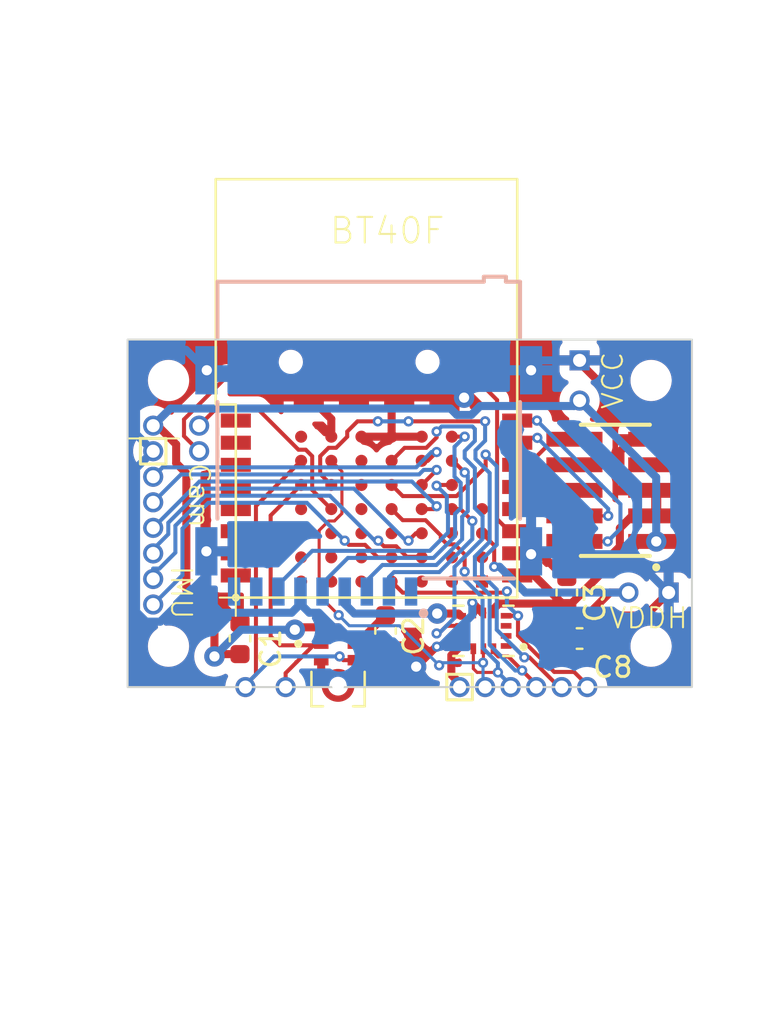
<source format=kicad_pcb>
(kicad_pcb (version 20221018) (generator pcbnew)
  (layers (0 "F.Cu" signal) (31 "B.Cu" signal) (34 "B.Paste" user) (35 "F.Paste" user) (36 "B.SilkS" user "B.Silkscreen") (37 "F.SilkS" user "F.Silkscreen") (38 "B.Mask" user) (39 "F.Mask" user) (44 "Edge.Cuts" user))
  (net 0 "")
  (net 1 "GND")
  (net 2 "VCC")
  (net 3 "/I2S_SCK_M")
  (net 4 "/I2S_SDIN")
  (net 5 "Net-(U1-SWDIO)")
  (net 6 "Net-(U1-SWCLK)")
  (net 7 "Net-(U1-P11{slash}SWO)")
  (net 9 "/SWD_NC")
  (net 10 "Net-(U1-P21{slash}RESET)")
  (net 12 "/SPI3_CS")
  (net 13 "/SPI3_MOSI")
  (net 14 "/SPI3_SCK")
  (net 15 "/SPI3_MISO")
  (net 18 "/SPI2_SCK")
  (net 19 "/SPI2_CS")
  (net 20 "/SPI2_MOSI")
  (net 21 "/SPI2_MISO")
  (net 22 "/SPI2_INT")
  (net 29 "/SPI1_SCK")
  (net 30 "/SPI1_MOSI")
  (net 31 "/SPI1_MISO")
  (net 41 "/SPI1_CS")
  (net 42 "/SPI1_INT")
  (net 43 "/HeadICM_CLKIN")
  (net 47 "/SPI4_MOSI")
  (net 63 "/SPI4_SCK")
  (net 64 "/BodyICM_CLKIN")
  (net 65 "VDDH")
  (footprint "Bat_tag_Library:camera_connect" (layer "F.Cu") (at 109.855 70.8265)
    (fp_text reference "Cam")
    (fp_text value "~")
  )
  (footprint "Bat_tag_Library:Battery_entry" (layer "F.Cu") (at 132.207 79.121)
    (fp_text reference "VDDH")
    (fp_text value "~")
  )
  (footprint "Bat_tag_Library:Mecha_Pad" (layer "F.Cu") (at 108.331 81.788)
    (fp_text reference "REF**" hide)
    (fp_text value "Mecha_Pad" hide)
  )
  (footprint "Bat_tag_Library:ICM42688P_connect" (layer "F.Cu") (at 107.569 70.8265)
    (fp_text reference "IMU")
    (fp_text value "~")
  )
  (footprint "ICM-42688-P:PQFN50P300X250X97-14N" (layer "F.Cu") (at 123.9935 81.026 180)
    (fp_text reference "U3" hide)
    (fp_text value "ICM-42688-P")
  )
  (footprint "Bat_tag_Library:Mecha_Pad" (layer "F.Cu") (at 108.331 68.58 -90)
    (fp_text reference "REF**" hide)
    (fp_text value "Mecha_Pad" hide)
  )
  (footprint "Capacitor_SMD:C_0603_1608Metric" (layer "F.Cu") (at 128.778 81.407 180)
    (fp_text reference "C8")
    (fp_text value "C")
  )
  (footprint "Fanstel_modules:BT40F" (layer "F.Cu") (at 111.67872 79.37246)
    (fp_text reference "U1" hide)
    (fp_text value "BT40F" hide)
  )
  (footprint "FTSH-105-01-F-DV-P-TR:SAMTEC_FTSH-105-01-F-DV-P-TR" (layer "F.Cu") (at 130.556 74.041 90)
    (fp_text reference "J1" hide)
    (fp_text value "FTSH-105-01-F-DV-P-TR")
  )
  (footprint "Capacitor_SMD:C_0603_1608Metric" (layer "F.Cu") (at 128.143 79.121 -90)
    (fp_text reference "C3")
    (fp_text value "C")
  )
  (footprint "Bat_tag_Library:Mecha_Pad" (layer "F.Cu") (at 132.334 68.58)
    (fp_text reference "REF**" hide)
    (fp_text value "Mecha_Pad" hide)
  )
  (footprint "Capacitor_SMD:C_0603_1608Metric" (layer "F.Cu") (at 119.126 81.026 90)
    (fp_text reference "C2")
    (fp_text value "C")
  )
  (footprint "Bat_tag_Library:I2S_debug" (layer "F.Cu") (at 113.157 83.82)
    (fp_text reference "I2S_debug1" hide)
    (fp_text value "~")
  )
  (footprint "Bat_tag_Library:Mecha_Pad" (layer "F.Cu") (at 132.334 81.788)
    (fp_text reference "REF**" hide)
    (fp_text value "Mecha_Pad" hide)
  )
  (footprint "Bat_tag_Library:SPI_debug" (layer "F.Cu") (at 122.809 83.82 90)
    (fp_text reference "SPI_debug1" hide)
    (fp_text value "~")
  )
  (footprint "SPH0655LM4H-1:MIC_SPH0655LM4H-1" (layer "F.Cu") (at 116.7645 83.025)
    (fp_text reference "MK1" hide)
    (fp_text value "SPH0655LM4H-1")
  )
  (footprint "Capacitor_SMD:C_0603_1608Metric" (layer "F.Cu") (at 111.887 81.407 -90)
    (fp_text reference "C1")
    (fp_text value "C")
  )
  (footprint "Bat_tag_Library:Battery_entry" (layer "F.Cu") (at 128.778 68.58 90)
    (fp_text reference "VCC")
    (fp_text value "~")
  )
  (footprint "MEM2075-00-140-01-A:GCT_MEM2075-00-140-01-A" (layer "B.Cu") (at 117.815 67.652)
    (fp_text reference "J2" hide)
    (fp_text value "MEM2075-00-140-01-A")
  )
  (gr_rect (start 106.934 71.4615) (end 108.204 72.7315) (stroke (width 0.15)) (fill none) (layer "F.SilkS"))
  (gr_rect (start 122.174 83.185) (end 123.444 84.455) (stroke (width 0.15)) (fill none) (layer "F.SilkS"))
  (gr_rect (start 106.299 66.548) (end 134.366 83.82) (stroke (width 0.1)) (fill none) (layer "Edge.Cuts"))
  (segment (start 130.7814 75.9208) (end 130.7814 76.83218) (width 0.4) (layer "F.Cu") (net 1))
  (segment (start 130.31018 77.3034) (end 129.0716 77.3034) (width 0.4) (layer "F.Cu") (net 1))
  (segment (start 121.678708 81.81278) (end 121.678708 81.776708) (width 0.4) (layer "F.Cu") (net 1))
  (segment (start 128.143 78.232) (end 128.143 78.346) (width 0.4) (layer "F.Cu") (net 1))
  (segment (start 117.92712 71.374) (end 119.42826 71.374) (width 0.4) (layer "F.Cu") (net 1))
  (segment (start 119.80672 69.37248) (end 117.55628 69.37248) (width 0.4) (layer "F.Cu") (net 1))
  (segment (start 132.591 75.311) (end 131.3912 75.311) (width 0.4) (layer "F.Cu") (net 1))
  (segment (start 117.55628 69.37248) (end 115.30838 69.37248) (width 0.4) (layer "F.Cu") (net 1))
  (segment (start 123.03298 69.433504) (end 122.971956 69.37248) (width 0.4) (layer "F.Cu") (net 1))
  (segment (start 132.591 71.501) (end 131.3912 71.501) (width 0.4) (layer "F.Cu") (net 1))
  (segment (start 120.65 82.804) (end 119.647 81.801) (width 0.4) (layer "F.Cu") (net 1))
  (segment (start 123.444 79.63292) (end 123.9411 80.13002) (width 0.4) (layer "F.Cu") (net 1))
  (segment (start 115.30838 69.37248) (end 116.42852 70.49262) (width 0.4) (layer "F.Cu") (net 1))
  (segment (start 127.99914 78.346) (end 128.143 78.346) (width 0.4) (layer "F.Cu") (net 1))
  (segment (start 119.126 82.2873) (end 118.3169 83.0964) (width 0.4) (layer "F.Cu") (net 1))
  (segment (start 130.7814 76.83218) (end 130.31018 77.3034) (width 0.4) (layer "F.Cu") (net 1))
  (segment (start 132.591 74.041) (end 132.591 75.311) (width 0.4) (layer "F.Cu") (net 1))
  (segment (start 126.86914 77.216) (end 127.99914 78.346) (width 0.4) (layer "F.Cu") (net 1))
  (segment (start 118.3169 83.0964) (end 117.9151 83.0964) (width 0.4) (layer "F.Cu") (net 1))
  (segment (start 131.3912 75.311) (end 130.7814 75.9208) (width 0.4) (layer "F.Cu") (net 1))
  (segment (start 120.65 82.804) (end 121.678 81.776) (width 0.4) (layer "F.Cu") (net 1))
  (segment (start 110.215 78.96) (end 111.887 80.632) (width 0.4) (layer "F.Cu") (net 1))
  (segment (start 115.927 83.4095) (end 116.1375 83.62) (width 0.4) (layer "F.Cu") (net 1))
  (segment (start 122.8632 81.776) (end 122.3994 82.2398) (width 0.4) (layer "F.Cu") (net 1))
  (segment (start 130.81 72.0822) (end 130.81 73.533) (width 0.4) (layer "F.Cu") (net 1))
  (segment (start 122.3994 82.2398) (end 122.3994 83.2104) (width 0.4) (layer "F.Cu") (net 1))
  (segment (start 123.4935 79.68242) (end 123.4935 80.137) (width 0.4) (layer "F.Cu") (net 1))
  (segment (start 121.678 81.776) (end 122.8632 81.776) (width 0.4) (layer "F.Cu") (net 1))
  (segment (start 133.207 79.121) (end 132.064 80.264) (width 0.4) (layer "F.Cu") (net 1))
  (segment (start 122.3994 83.2104) (end 122.809 83.62) (width 0.4) (layer "F.Cu") (net 1))
  (segment (start 119.42826 71.374) (end 120.92686 71.374) (width 0.4) (layer "F.Cu") (net 1))
  (segment (start 117.9151 83.0964) (end 117.3915 83.62) (width 0.4) (layer "F.Cu") (net 1))
  (segment (start 126.365 77.216) (end 126.32182 77.17282) (width 0.4) (layer "F.Cu") (net 1))
  (segment (start 119.126 81.801) (end 119.126 82.2873) (width 0.4) (layer "F.Cu") (net 1))
  (segment (start 115.927 82.483) (end 115.927 83.4095) (width 0.4) (layer "F.Cu") (net 1))
  (segment (start 119.42826 69.75094) (end 119.42826 71.374) (width 0.4) (layer "F.Cu") (net 1))
  (segment (start 131.3912 71.501) (end 130.81 72.0822) (width 0.4) (layer "F.Cu") (net 1))
  (segment (start 131.318 74.041) (end 132.591 74.041) (width 0.4) (layer "F.Cu") (net 1))
  (segment (start 116.42852 70.49262) (end 116.42852 71.374) (width 0.4) (layer "F.Cu") (net 1))
  (segment (start 130.81 73.533) (end 131.318 74.041) (width 0.4) (layer "F.Cu") (net 1))
  (segment (start 130.696 80.264) (end 129.553 81.407) (width 0.4) (layer "F.Cu") (net 1))
  (segment (start 110.215 77.072) (end 110.215 78.96) (width 0.4) (layer "F.Cu") (net 1))
  (segment (start 119.647 81.801) (end 119.126 81.801) (width 0.4) (layer "F.Cu") (net 1))
  (segment (start 123.444 79.63292) (end 123.4935 79.68242) (width 0.4) (layer "F.Cu") (net 1))
  (segment (start 126.32182 77.17282) (end 125.67666 77.17282) (width 0.4) (layer "F.Cu") (net 1))
  (segment (start 123.9411 80.13002) (end 123.9411 80.137) (width 0.4) (layer "F.Cu") (net 1))
  (segment (start 128.778 67.58) (end 128.778 67.688) (width 0.4) (layer "F.Cu") (net 1))
  (segment (start 119.80672 69.37248) (end 119.42826 69.75094) (width 0.4) (layer "F.Cu") (net 1))
  (segment (start 132.064 80.264) (end 130.696 80.264) (width 0.4) (layer "F.Cu") (net 1))
  (segment (start 129.0716 77.3034) (end 128.143 78.232) (width 0.4) (layer "F.Cu") (net 1))
  (segment (start 122.05716 69.37248) (end 119.80672 69.37248) (width 0.4) (layer "F.Cu") (net 1))
  (segment (start 126.365 77.216) (end 126.86914 77.216) (width 0.4) (layer "F.Cu") (net 1))
  (segment (start 121.678708 81.776708) (end 121.678 81.776) (width 0.4) (layer "F.Cu") (net 1))
  (segment (start 122.971956 69.37248) (end 122.05716 69.37248) (width 0.4) (layer "F.Cu") (net 1))
  (segment (start 128.778 67.688) (end 132.591 71.501) (width 0.4) (layer "F.Cu") (net 1))
  (via (at 126.365 68.072) (size 1.016) (drill 0.508) (layers "F.Cu" "B.Cu") (net 1))
  (via (at 110.215 77.072) (size 1.016) (drill 0.508) (layers "F.Cu" "B.Cu") (net 1))
  (via (at 126.365 77.216) (size 1.016) (drill 0.508) (layers "F.Cu" "B.Cu") (net 1))
  (via (at 120.65 82.804) (size 1.016) (drill 0.508) (layers "F.Cu" "B.Cu") (net 1))
  (via (at 123.444 79.63292) (size 0.508) (drill 0.254) (layers "F.Cu" "B.Cu") (net 1))
  (via (at 123.03298 69.433504) (size 1.016) (drill 0.508) (layers "F.Cu" "B.Cu") (net 1))
  (via (at 110.236 68.072) (size 1.016) (drill 0.508) (layers "F.Cu" "B.Cu") (net 1))
  (via (at 121.678708 81.81278) (size 0.508) (drill 0.254) (layers "F.Cu" "B.Cu") (net 1))
  (segment (start 114.895 79.6868) (end 114.895 79.072) (width 0.4) (layer "B.Cu") (net 1))
  (segment (start 121.8638 81.81278) (end 121.678708 81.81278) (width 0.4) (layer "B.Cu") (net 1))
  (segment (start 110.215 68.072) (end 110.236 68.072) (width 0.4) (layer "B.Cu") (net 1))
  (segment (start 126.365 68.072) (end 124.394484 68.072) (width 0.4) (layer "B.Cu") (net 1))
  (segment (start 110.9326 80.1244) (end 114.4574 80.1244) (width 0.4) (layer "B.Cu") (net 1))
  (segment (start 106.7166 80.069576) (end 107.215924 80.5689) (width 0.4) (layer "B.Cu") (net 1))
  (segment (start 110.215 77.072) (end 110.215 79.4068) (width 0.4) (layer "B.Cu") (net 1))
  (segment (start 123.444 80.23258) (end 121.8638 81.81278) (width 0.4) (layer "B.Cu") (net 1))
  (segment (start 117.146889 81.201693) (end 116.796092 80.850896) (width 0.4) (layer "B.Cu") (net 1))
  (segment (start 106.7166 68.1354) (end 106.7166 71.2441) (width 0.4) (layer "B.Cu") (net 1))
  (segment (start 110.215 79.4068) (end 110.9326 80.1244) (width 0.4) (layer "B.Cu") (net 1))
  (segment (start 107.796 67.056) (end 106.7166 68.1354) (width 0.4) (layer "B.Cu") (net 1))
  (segment (start 110.236 68.093) (end 110.597 68.454) (width 0.4) (layer "B.Cu") (net 1))
  (segment (start 110.215 68.072) (end 110.215 68.072) (width 0.4) (layer "B.Cu") (net 1))
  (segment (start 124.394484 68.072) (end 123.03298 69.433504) (width 0.4) (layer "B.Cu") (net 1))
  (segment (start 106.7166 71.2441) (end 107.569 72.0965) (width 0.4) (layer "B.Cu") (net 1))
  (segment (start 114.4574 80.1244) (end 114.895 79.6868) (width 0.4) (layer "B.Cu") (net 1))
  (segment (start 116.537896 80.850896) (end 115.8114 80.1244) (width 0.4) (layer "B.Cu") (net 1))
  (segment (start 133.207 79.121) (end 131.302 77.216) (width 0.4) (layer "B.Cu") (net 1))
  (segment (start 107.569 72.0965) (end 106.7166 72.9489) (width 0.4) (layer "B.Cu") (net 1))
  (segment (start 123.444 79.63292) (end 123.444 80.23258) (width 0.4) (layer "B.Cu") (net 1))
  (segment (start 119.047693 81.201693) (end 117.146889 81.201693) (width 0.4) (layer "B.Cu") (net 1))
  (segment (start 126.857 67.58) (end 126.365 68.072) (width 0.4) (layer "B.Cu") (net 1))
  (segment (start 116.796092 80.850896) (end 116.537896 80.850896) (width 0.4) (layer "B.Cu") (net 1))
  (segment (start 106.7166 72.9489) (end 106.7166 80.069576) (width 0.4) (layer "B.Cu") (net 1))
  (segment (start 110.215 78.275976) (end 110.215 77.072) (width 0.4) (layer "B.Cu") (net 1))
  (segment (start 109.199 67.056) (end 107.796 67.056) (width 0.4) (layer "B.Cu") (net 1))
  (segment (start 115.3326 80.1244) (end 114.895 79.6868) (width 0.4) (layer "B.Cu") (net 1))
  (segment (start 122.053476 68.454) (end 123.03298 69.433504) (width 0.4) (layer "B.Cu") (net 1))
  (segment (start 110.215 68.072) (end 109.199 67.056) (width 0.4) (layer "B.Cu") (net 1))
  (segment (start 110.597 68.454) (end 122.053476 68.454) (width 0.4) (layer "B.Cu") (net 1))
  (segment (start 131.302 77.216) (end 126.365 77.216) (width 0.4) (layer "B.Cu") (net 1))
  (segment (start 128.778 67.58) (end 126.857 67.58) (width 0.4) (layer "B.Cu") (net 1))
  (segment (start 115.8114 80.1244) (end 115.3326 80.1244) (width 0.4) (layer "B.Cu") (net 1))
  (segment (start 110.236 68.072) (end 110.236 68.093) (width 0.4) (layer "B.Cu") (net 1))
  (segment (start 120.65 82.804) (end 119.047693 81.201693) (width 0.4) (layer "B.Cu") (net 1))
  (segment (start 107.215924 80.5689) (end 107.922076 80.5689) (width 0.4) (layer "B.Cu") (net 1))
  (segment (start 107.922076 80.5689) (end 110.215 78.275976) (width 0.4) (layer "B.Cu") (net 1))
  (segment (start 109.22 73.19575) (end 108.712 72.68775) (width 0.4) (layer "F.Cu") (net 2))
  (segment (start 110.617 80.391) (end 109.22 78.994) (width 0.4) (layer "F.Cu") (net 2))
  (segment (start 108.712 71.755) (end 107.7835 70.8265) (width 0.4) (layer "F.Cu") (net 2))
  (segment (start 119.2114 80.1656) (end 119.126 80.251) (width 0.4) (layer "F.Cu") (net 2))
  (segment (start 117.602 81.661) (end 117.716 81.661) (width 0.4) (layer "F.Cu") (net 2))
  (segment (start 122.7528 80.1656) (end 122.8632 80.276) (width 0.4) (layer "F.Cu") (net 2))
  (segment (start 125.67666 78.27264) (end 126.51964 78.27264) (width 0.4) (layer "F.Cu") (net 2))
  (segment (start 114.614281 80.969869) (end 114.733254 80.850896) (width 0.4) (layer "F.Cu") (net 2))
  (segment (start 117.716 81.661) (end 119.126 80.251) (width 0.4) (layer "F.Cu") (net 2))
  (segment (start 130.538992 77.8558) (end 130.1702 77.8558) (width 0.4) (layer "F.Cu") (net 2))
  (segment (start 109.22 78.994) (end 109.22 73.19575) (width 0.4) (layer "F.Cu") (net 2))
  (segment (start 116.791896 80.850896) (end 117.602 81.661) (width 0.4) (layer "F.Cu") (net 2))
  (segment (start 114.733254 80.850896) (end 116.791896 80.850896) (width 0.4) (layer "F.Cu") (net 2))
  (segment (start 124.7729 79.6696) (end 124.4935 79.949) (width 0.4) (layer "F.Cu") (net 2))
  (segment (start 126.51964 78.27264) (end 128.143 79.896) (width 0.4) (layer "F.Cu") (net 2))
  (segment (start 127.9166 79.6696) (end 124.7729 79.6696) (width 0.4) (layer "F.Cu") (net 2))
  (segment (start 132.591 76.581) (end 131.813792 76.581) (width 0.4) (layer "F.Cu") (net 2))
  (segment (start 131.813792 76.581) (end 130.538992 77.8558) (width 0.4) (layer "F.Cu") (net 2))
  (segment (start 110.617 82.296) (end 110.617 80.391) (width 0.4) (layer "F.Cu") (net 2))
  (segment (start 130.1702 77.8558) (end 128.778 79.248) (width 0.4) (layer "F.Cu") (net 2))
  (segment (start 121.6946 80.1656) (end 119.2114 80.1656) (width 0.4) (layer "F.Cu") (net 2))
  (segment (start 121.6946 80.1656) (end 122.7528 80.1656) (width 0.4) (layer "F.Cu") (net 2))
  (segment (start 107.7835 70.8265) (end 107.569 70.8265) (width 0.4) (layer "F.Cu") (net 2))
  (segment (start 124.4935 79.949) (end 124.4935 80.137) (width 0.4) (layer "F.Cu") (net 2))
  (segment (start 128.778 79.248) (end 128.778 79.261) (width 0.4) (layer "F.Cu") (net 2))
  (segment (start 128.143 79.896) (end 127.9166 79.6696) (width 0.4) (layer "F.Cu") (net 2))
  (segment (start 128.778 79.261) (end 128.143 79.896) (width 0.4) (layer "F.Cu") (net 2))
  (segment (start 111.887 82.182) (end 110.731 82.182) (width 0.4) (layer "F.Cu") (net 2))
  (segment (start 110.731 82.182) (end 110.617 82.296) (width 0.4) (layer "F.Cu") (net 2))
  (segment (start 108.712 72.68775) (end 108.712 71.755) (width 0.4) (layer "F.Cu") (net 2))
  (via (at 121.6946 80.1656) (size 1.016) (drill 0.508) (layers "F.Cu" "B.Cu") (net 2))
  (via (at 132.591 76.581) (size 1.016) (drill 0.508) (layers "F.Cu" "B.Cu") (net 2))
  (via (at 114.614281 80.969869) (size 1.016) (drill 0.508) (layers "F.Cu" "B.Cu") (net 2))
  (via (at 110.617 82.296) (size 1.016) (drill 0.508) (layers "F.Cu" "B.Cu") (net 2))
  (segment (start 122.67659 70.293904) (end 123.38937 70.293904) (width 0.4) (layer "B.Cu") (net 2))
  (segment (start 132.588 73.39) (end 128.778 69.58) (width 0.4) (layer "B.Cu") (net 2))
  (segment (start 108.4214 69.9741) (end 122.356786 69.9741) (width 0.4) (layer "B.Cu") (net 2))
  (segment (start 122.356786 69.9741) (end 122.67659 70.293904) (width 0.4) (layer "B.Cu") (net 2))
  (segment (start 128.508 69.85) (end 128.778 69.58) (width 0.4) (layer "B.Cu") (net 2))
  (segment (start 117.095 79.072) (end 117.095 79.6868) (width 0.4) (layer "B.Cu") (net 2))
  (segment (start 132.591 76.581) (end 132.591 75.02858) (width 0.4) (layer "B.Cu") (net 2))
  (segment (start 111.943131 80.969869) (end 110.617 82.296) (width 0.4) (layer "B.Cu") (net 2))
  (segment (start 132.591 75.02858) (end 132.588 75.02558) (width 0.4) (layer "B.Cu") (net 2))
  (segment (start 123.38937 70.293904) (end 123.833274 69.85) (width 0.4) (layer "B.Cu") (net 2))
  (segment (start 117.5738 80.1656) (end 121.6946 80.1656) (width 0.4) (layer "B.Cu") (net 2))
  (segment (start 123.833274 69.85) (end 128.508 69.85) (width 0.4) (layer "B.Cu") (net 2))
  (segment (start 117.095 79.6868) (end 117.5738 80.1656) (width 0.4) (layer "B.Cu") (net 2))
  (segment (start 114.614281 80.969869) (end 111.943131 80.969869) (width 0.4) (layer "B.Cu") (net 2))
  (segment (start 132.588 75.02558) (end 132.588 73.39) (width 0.4) (layer "B.Cu") (net 2))
  (segment (start 107.569 70.8265) (end 108.4214 69.9741) (width 0.4) (layer "B.Cu") (net 2))
  (segment (start 117.027 82.483) (end 117.602 82.483) (width 0.2) (layer "F.Cu") (net 3))
  (segment (start 116.84 82.296) (end 117.027 82.483) (width 0.2) (layer "F.Cu") (net 3))
  (segment (start 114.92738 72.57288) (end 112.68042 74.81984) (width 0.2) (layer "F.Cu") (net 3))
  (segment (start 112.68042 83.19658) (end 112.157 83.72) (width 0.2) (layer "F.Cu") (net 3))
  (segment (start 112.68042 74.81984) (end 112.68042 83.19658) (width 0.2) (layer "F.Cu") (net 3))
  (via (at 116.84 82.296) (size 0.508) (drill 0.254) (layers "F.Cu" "B.Cu") (net 3))
  (segment (start 113.581 82.296) (end 112.157 83.72) (width 0.2) (layer "B.Cu") (net 3))
  (segment (start 116.84 82.296) (end 113.581 82.296) (width 0.2) (layer "B.Cu") (net 3))
  (segment (start 115.6207 81.661) (end 114.157 83.1247) (width 0.2) (layer "F.Cu") (net 4))
  (segment (start 115.537 81.7447) (end 115.6207 81.661) (width 0.2) (layer "F.Cu") (net 4))
  (segment (start 113.411 81.299768) (end 113.855932 81.7447) (width 0.2) (layer "F.Cu") (net 4))
  (segment (start 114.157 83.1247) (end 114.157 83.72) (width 0.2) (layer "F.Cu") (net 4))
  (segment (start 115.927 81.661) (end 115.6207 81.661) (width 0.2) (layer "F.Cu") (net 4))
  (segment (start 113.411 81.299768) (end 113.411 75.29068) (width 0.2) (layer "F.Cu") (net 4))
  (segment (start 113.411 75.29068) (end 114.92738 73.7743) (width 0.2) (layer "F.Cu") (net 4))
  (segment (start 114.70635 82.57535) (end 114.686582 82.57535) (width 0.2) (layer "F.Cu") (net 4))
  (segment (start 113.855932 81.7447) (end 115.537 81.7447) (width 0.2) (layer "F.Cu") (net 4))
  (segment (start 126.6571 70.5739) (end 125.67666 70.5739) (width 0.2) (layer "F.Cu") (net 5))
  (segment (start 128.521 76.581) (end 130.175 76.581) (width 0.1524) (layer "F.Cu") (net 5))
  (via (at 130.175 76.581) (size 0.508) (drill 0.254) (layers "F.Cu" "B.Cu") (net 5))
  (via (at 126.6571 70.5739) (size 0.508) (drill 0.254) (layers "F.Cu" "B.Cu") (net 5))
  (segment (start 126.6571 70.5739) (end 130.81 74.7268) (width 0.2) (layer "B.Cu") (net 5))
  (segment (start 130.81 75.946) (end 130.175 76.581) (width 0.2) (layer "B.Cu") (net 5))
  (segment (start 130.81 74.7268) (end 130.81 75.946) (width 0.2) (layer "B.Cu") (net 5))
  (segment (start 126.676883 71.431883) (end 126.318547 71.431883) (width 0.2) (layer "F.Cu") (net 6))
  (segment (start 126.07671 71.67372) (end 125.67666 71.67372) (width 0.1524) (layer "F.Cu") (net 6))
  (segment (start 128.521 75.311) (end 130.2009 75.311) (width 0.1524) (layer "F.Cu") (net 6))
  (segment (start 126.318547 71.431883) (end 126.07671 71.67372) (width 0.2) (layer "F.Cu") (net 6))
  (via (at 126.676883 71.431883) (size 0.508) (drill 0.254) (layers "F.Cu" "B.Cu") (net 6))
  (via (at 130.2009 75.311) (size 0.508) (drill 0.254) (layers "F.Cu" "B.Cu") (net 6))
  (segment (start 130.2009 75.311) (end 130.2009 74.9559) (width 0.2) (layer "B.Cu") (net 6))
  (segment (start 130.2009 74.9559) (end 126.676883 71.431883) (width 0.2) (layer "B.Cu") (net 6))
  (segment (start 128.521 74.041) (end 127.496 74.041) (width 0.2) (layer "F.Cu") (net 7))
  (segment (start 127.496 74.041) (end 126.56382 74.97318) (width 0.2) (layer "F.Cu") (net 7))
  (segment (start 126.56382 74.97318) (end 125.67666 74.97318) (width 0.2) (layer "F.Cu") (net 7))
  (segment (start 128.521 72.771) (end 127.508 72.771) (width 0.2) (layer "F.Cu") (net 9))
  (segment (start 126.40564 73.87336) (end 125.67666 73.87336) (width 0.2) (layer "F.Cu") (net 9))
  (segment (start 127.508 72.771) (end 126.40564 73.87336) (width 0.2) (layer "F.Cu") (net 9))
  (segment (start 126.22346 72.77354) (end 125.67666 72.77354) (width 0.2) (layer "F.Cu") (net 10))
  (segment (start 128.521 71.501) (end 127.496 71.501) (width 0.2) (layer "F.Cu") (net 10))
  (segment (start 127.496 71.501) (end 126.22346 72.77354) (width 0.2) (layer "F.Cu") (net 10))
  (segment (start 123.444 75.565) (end 122.85218 74.97318) (width 0.2) (layer "F.Cu") (net 12))
  (segment (start 122.85218 74.97318) (end 122.428 74.97318) (width 0.2) (layer "F.Cu") (net 12))
  (via (at 123.444 75.565) (size 0.508) (drill 0.254) (layers "F.Cu" "B.Cu") (net 12))
  (segment (start 121.802632 78.105) (end 119.5482 78.105) (width 0.2) (layer "B.Cu") (net 12))
  (segment (start 119.295 78.3582) (end 119.295 79.072) (width 0.2) (layer "B.Cu") (net 12))
  (segment (start 119.5482 78.105) (end 119.295 78.3582) (width 0.2) (layer "B.Cu") (net 12))
  (segment (start 123.444 76.463632) (end 121.802632 78.105) (width 0.2) (layer "B.Cu") (net 12))
  (segment (start 123.444 75.565) (end 123.444 76.463632) (width 0.2) (layer "B.Cu") (net 12))
  (segment (start 122.48388 72.57288) (end 123.063 73.152) (width 0.2) (layer "F.Cu") (net 13))
  (segment (start 122.428 72.57288) (end 122.48388 72.57288) (width 0.2) (layer "F.Cu") (net 13))
  (via (at 123.063 73.152) (size 0.508) (drill 0.254) (layers "F.Cu" "B.Cu") (net 13))
  (segment (start 123.063 73.152) (end 123.217 73.306) (width 0.2) (layer "B.Cu") (net 13))
  (segment (start 123.217 73.306) (end 123.217 75.075842) (width 0.2) (layer "B.Cu") (net 13))
  (segment (start 122.9376 75.355242) (end 122.9376 76.471664) (width 0.2) (layer "B.Cu") (net 13))
  (segment (start 121.656664 77.7526) (end 118.9704 77.7526) (width 0.2) (layer "B.Cu") (net 13))
  (segment (start 123.217 75.075842) (end 122.9376 75.355242) (width 0.2) (layer "B.Cu") (net 13))
  (segment (start 118.195 78.528) (end 118.195 79.072) (width 0.2) (layer "B.Cu") (net 13))
  (segment (start 122.9376 76.471664) (end 121.656664 77.7526) (width 0.2) (layer "B.Cu") (net 13))
  (segment (start 118.9704 77.7526) (end 118.195 78.528) (width 0.2) (layer "B.Cu") (net 13))
  (segment (start 123.0635 71.3719) (end 122.4301 71.3719) (width 0.2) (layer "F.Cu") (net 14))
  (segment (start 122.4301 71.3719) (end 122.428 71.374) (width 0.2) (layer "F.Cu") (net 14))
  (via (at 123.0635 71.3719) (size 0.508) (drill 0.254) (layers "F.Cu" "B.Cu") (net 14))
  (segment (start 122.5566 71.8788) (end 122.5566 73.361758) (width 0.2) (layer "B.Cu") (net 14))
  (segment (start 121.510696 77.4002) (end 117.252 77.4002) (width 0.2) (layer "B.Cu") (net 14))
  (segment (start 122.8646 74.929874) (end 122.5852 75.209274) (width 0.2) (layer "B.Cu") (net 14))
  (segment (start 117.252 77.4002) (end 115.995 78.6572) (width 0.2) (layer "B.Cu") (net 14))
  (segment (start 122.8646 73.669758) (end 122.8646 74.929874) (width 0.2) (layer "B.Cu") (net 14))
  (segment (start 115.995 78.6572) (end 115.995 79.072) (width 0.2) (layer "B.Cu") (net 14))
  (segment (start 122.5852 76.325696) (end 121.510696 77.4002) (width 0.2) (layer "B.Cu") (net 14))
  (segment (start 123.0635 71.3719) (end 122.5566 71.8788) (width 0.2) (layer "B.Cu") (net 14))
  (segment (start 122.5566 73.361758) (end 122.8646 73.669758) (width 0.2) (layer "B.Cu") (net 14))
  (segment (start 122.5852 75.209274) (end 122.5852 76.325696) (width 0.2) (layer "B.Cu") (net 14))
  (segment (start 121.703603 73.7743) (end 122.428 73.7743) (width 0.2) (layer "F.Cu") (net 15))
  (segment (start 121.666 73.811903) (end 121.703603 73.7743) (width 0.2) (layer "F.Cu") (net 15))
  (via (at 121.666 73.811903) (size 0.508) (drill 0.254) (layers "F.Cu" "B.Cu") (net 15))
  (segment (start 122.2328 75.180904) (end 122.2328 76.1412) (width 0.2) (layer "B.Cu") (net 15))
  (segment (start 122.174 74.319903) (end 122.174 75.122104) (width 0.2) (layer "B.Cu") (net 15))
  (segment (start 121.666 73.811903) (end 122.174 74.319903) (width 0.2) (layer "B.Cu") (net 15))
  (segment (start 121.3262 77.0478) (end 115.4842 77.0478) (width 0.2) (layer "B.Cu") (net 15))
  (segment (start 115.4842 77.0478) (end 113.795 78.737) (width 0.2) (layer "B.Cu") (net 15))
  (segment (start 113.795 78.737) (end 113.795 79.072) (width 0.2) (layer "B.Cu") (net 15))
  (segment (start 122.2328 76.1412) (end 121.3262 77.0478) (width 0.2) (layer "B.Cu") (net 15))
  (segment (start 122.174 75.122104) (end 122.2328 75.180904) (width 0.2) (layer "B.Cu") (net 15))
  (segment (start 115.824 76.031962) (end 116.290962 75.565) (width 0.1524) (layer "F.Cu") (net 18))
  (segment (start 115.824 79.272672) (end 115.824 76.031962) (width 0.1524) (layer "F.Cu") (net 18))
  (segment (start 123.9999 83.6409) (end 124.079 83.72) (width 0.2) (layer "F.Cu") (net 18))
  (segment (start 123.9935 82.5914) (end 123.9756 82.6093) (width 0.1524) (layer "F.Cu") (net 18))
  (segment (start 116.95684 73.1012) (end 116.42852 72.57288) (width 0.1524) (layer "F.Cu") (net 18))
  (segment (start 123.9935 81.915) (end 123.9935 82.5914) (width 0.1524) (layer "F.Cu") (net 18))
  (segment (start 116.95684 75.192018) (end 116.95684 73.1012) (width 0.1524) (layer "F.Cu") (net 18))
  (segment (start 116.795824 80.244496) (end 115.824 79.272672) (width 0.1524) (layer "F.Cu") (net 18))
  (segment (start 116.290962 75.565) (end 116.583858 75.565) (width 0.1524) (layer "F.Cu") (net 18))
  (segment (start 116.583858 75.565) (end 116.95684 75.192018) (width 0.1524) (layer "F.Cu") (net 18))
  (via (at 121.7935 82.7405) (size 0.508) (drill 0.254) (layers "F.Cu" "B.Cu") (net 18))
  (via (at 116.795824 80.244496) (size 0.508) (drill 0.254) (layers "F.Cu" "B.Cu") (net 18))
  (via (at 123.9756 82.6093) (size 0.508) (drill 0.254) (layers "F.Cu" "B.Cu") (net 18))
  (segment (start 121.9247 82.6093) (end 123.9756 82.6093) (width 0.1524) (layer "B.Cu") (net 18))
  (segment (start 117.324421 80.773093) (end 119.826093 80.773093) (width 0.1524) (layer "B.Cu") (net 18))
  (segment (start 124.0028 83.7438) (end 124.079 83.7438) (width 0.1524) (layer "B.Cu") (net 18))
  (segment (start 121.7935 82.7405) (end 121.9247 82.6093) (width 0.1524) (layer "B.Cu") (net 18))
  (segment (start 123.9756 83.7166) (end 124.0028 83.7438) (width 0.1524) (layer "B.Cu") (net 18))
  (segment (start 119.826093 80.773093) (end 121.7935 82.7405) (width 0.1524) (layer "B.Cu") (net 18))
  (segment (start 116.795824 80.244496) (end 117.324421 80.773093) (width 0.1524) (layer "B.Cu") (net 18))
  (segment (start 123.9756 82.6093) (end 123.9756 83.7166) (width 0.1524) (layer "B.Cu") (net 18))
  (segment (start 123.4935 82.9043) (end 123.4935 81.915) (width 0.1524) (layer "F.Cu") (net 19))
  (segment (start 121.87588 76.28288) (end 121.1183 75.5253) (width 0.2) (layer "F.Cu") (net 19))
  (segment (start 121.1183 75.5253) (end 119.98038 75.5253) (width 0.2) (layer "F.Cu") (net 19))
  (segment (start 122.19272 76.72672) (end 121.87588 76.40988) (width 0.2) (layer "F.Cu") (net 19))
  (segment (start 124.714 83.0914) (end 123.6806 83.0914) (width 0.1524) (layer "F.Cu") (net 19))
  (segment (start 123.0609 77.225564) (end 122.562056 76.72672) (width 0.2) (layer "F.Cu") (net 19))
  (segment (start 123.0609 78.081726) (end 123.0609 77.225564) (width 0.2) (layer "F.Cu") (net 19))
  (segment (start 119.98038 75.5253) (end 119.42826 74.97318) (width 0.2) (layer "F.Cu") (net 19))
  (segment (start 123.6806 83.0914) (end 123.4935 82.9043) (width 0.1524) (layer "F.Cu") (net 19))
  (segment (start 122.562056 76.72672) (end 122.19272 76.72672) (width 0.2) (layer "F.Cu") (net 19))
  (segment (start 121.87588 76.40988) (end 121.87588 76.28288) (width 0.2) (layer "F.Cu") (net 19))
  (via (at 123.0609 78.081726) (size 0.508) (drill 0.254) (layers "F.Cu" "B.Cu") (net 19))
  (via (at 124.714 83.0914) (size 0.508) (drill 0.254) (layers "F.Cu" "B.Cu") (net 19))
  (segment (start 124.7204 83.0914) (end 125.349 83.72) (width 0.2) (layer "B.Cu") (net 19))
  (segment (start 123.952 79.375) (end 123.952 81.869542) (width 0.2) (layer "B.Cu") (net 19))
  (segment (start 123.952 81.869542) (end 124.714 82.631542) (width 0.2) (layer "B.Cu") (net 19))
  (segment (start 123.0609 78.081726) (end 123.0609 78.4839) (width 0.2) (layer "B.Cu") (net 19))
  (segment (start 124.714 82.631542) (end 124.714 83.0914) (width 0.2) (layer "B.Cu") (net 19))
  (segment (start 124.714 83.0914) (end 124.7204 83.0914) (width 0.2) (layer "B.Cu") (net 19))
  (segment (start 123.0609 78.4839) (end 123.952 79.375) (width 0.2) (layer "B.Cu") (net 19))
  (segment (start 124.079 70.612) (end 120.269 70.612) (width 0.2) (layer "F.Cu") (net 20))
  (segment (start 117.729 70.612) (end 117.221 71.12) (width 0.2) (layer "F.Cu") (net 20))
  (segment (start 115.8764 73.22218) (end 116.42852 73.7743) (width 0.2) (layer "F.Cu") (net 20))
  (segment (start 124.7323 82.296) (end 124.4935 82.0572) (width 0.2) (layer "F.Cu") (net 20))
  (segment (start 124.4935 82.0572) (end 124.4935 81.915) (width 0.2) (layer "F.Cu") (net 20))
  (segment (start 118.745 70.612) (end 117.729 70.612) (width 0.2) (layer "F.Cu") (net 20))
  (segment (start 117.221 71.12) (end 117.221 71.374) (width 0.2) (layer "F.Cu") (net 20))
  (segment (start 115.8764 72.344184) (end 115.8764 73.22218) (width 0.2) (layer "F.Cu") (net 20))
  (segment (start 117.221 71.374) (end 116.66888 71.92612) (width 0.2) (layer "F.Cu") (net 20))
  (segment (start 125.222 82.296) (end 124.7323 82.296) (width 0.2) (layer "F.Cu") (net 20))
  (segment (start 125.9205 82.9945) (end 126.619 83.693) (width 0.2) (layer "F.Cu") (net 20))
  (segment (start 116.66888 71.92612) (end 116.294464 71.92612) (width 0.2) (layer "F.Cu") (net 20))
  (segment (start 116.294464 71.92612) (end 115.8764 72.344184) (width 0.2) (layer "F.Cu") (net 20))
  (segment (start 125.9205 82.9945) (end 125.222 82.296) (width 0.2) (layer "F.Cu") (net 20))
  (segment (start 126.619 83.693) (end 126.619 83.72) (width 0.2) (layer "F.Cu") (net 20))
  (via (at 120.269 70.612) (size 0.508) (drill 0.254) (layers "F.Cu" "B.Cu") (net 20))
  (via (at 124.079 70.612) (size 0.508) (drill 0.254) (layers "F.Cu" "B.Cu") (net 20))
  (via (at 118.745 70.612) (size 0.508) (drill 0.254) (layers "F.Cu" "B.Cu") (net 20))
  (via (at 125.9205 82.9945) (size 0.508) (drill 0.254) (layers "F.Cu" "B.Cu") (net 20))
  (segment (start 118.745 70.612) (end 120.269 70.612) (width 0.2) (layer "B.Cu") (net 20))
  (segment (start 124.3044 73.178658) (end 124.3044 76.599968) (width 0.2) (layer "B.Cu") (net 20))
  (segment (start 123.571 77.333368) (end 123.571 78.495632) (width 0.2) (layer "B.Cu") (net 20))
  (segment (start 123.5985 72.472758) (end 124.3044 73.178658) (width 0.2) (layer "B.Cu") (net 20))
  (segment (start 124.3044 79.229032) (end 124.3044 81.723574) (width 0.2) (layer "B.Cu") (net 20))
  (segment (start 125.575326 82.9945) (end 125.9205 82.9945) (width 0.2) (layer "B.Cu") (net 20))
  (segment (start 124.079 70.612) (end 124.079 71.572742) (width 0.2) (layer "B.Cu") (net 20))
  (segment (start 124.079 71.572742) (end 123.5985 72.053242) (width 0.2) (layer "B.Cu") (net 20))
  (segment (start 123.571 78.495632) (end 124.3044 79.229032) (width 0.2) (layer "B.Cu") (net 20))
  (segment (start 124.3044 81.723574) (end 125.575326 82.9945) (width 0.2) (layer "B.Cu") (net 20))
  (segment (start 124.3044 76.599968) (end 123.571 77.333368) (width 0.2) (layer "B.Cu") (net 20))
  (segment (start 123.5985 72.053242) (end 123.5985 72.472758) (width 0.2) (layer "B.Cu") (net 20))
  (segment (start 124.1049 72.878216) (end 122.656696 74.32642) (width 0.2) (layer "F.Cu") (net 21))
  (segment (start 122.656696 74.32642) (end 119.98038 74.32642) (width 0.2) (layer "F.Cu") (net 21))
  (segment (start 119.98038 74.32642) (end 119.42826 73.7743) (width 0.2) (layer "F.Cu") (net 21))
  (segment (start 126.285884 82.343884) (end 127.662 83.72) (width 0.2) (layer "F.Cu") (net 21))
  (segment (start 126.03082 82.343884) (end 125.462936 81.776) (width 0.2) (layer "F.Cu") (net 21))
  (segment (start 124.1049 72.263) (end 124.1049 72.878216) (width 0.2) (layer "F.Cu") (net 21))
  (segment (start 125.462936 81.776) (end 125.1238 81.776) (width 0.2) (layer "F.Cu") (net 21))
  (segment (start 127.662 83.72) (end 127.889 83.72) (width 0.2) (layer "F.Cu") (net 21))
  (segment (start 126.03082 82.343884) (end 126.285884 82.343884) (width 0.2) (layer "F.Cu") (net 21))
  (via (at 126.03082 82.343884) (size 0.508) (drill 0.254) (layers "F.Cu" "B.Cu") (net 21))
  (via (at 124.1049 72.263) (size 0.508) (drill 0.254) (layers "F.Cu" "B.Cu") (net 21))
  (segment (start 126.03082 82.343884) (end 124.6568 80.969864) (width 0.2) (layer "B.Cu") (net 21))
  (segment (start 124.6568 78.969174) (end 123.9234 78.235774) (width 0.2) (layer "B.Cu") (net 21))
  (segment (start 124.6568 76.745937) (end 124.6568 72.8408) (width 0.2) (layer "B.Cu") (net 21))
  (segment (start 124.6568 80.969864) (end 124.6568 78.969174) (width 0.2) (layer "B.Cu") (net 21))
  (segment (start 124.1049 72.2889) (end 124.1049 72.263) (width 0.2) (layer "B.Cu") (net 21))
  (segment (start 123.9234 77.479337) (end 124.6568 76.745937) (width 0.2) (layer "B.Cu") (net 21))
  (segment (start 123.9234 78.235774) (end 123.9234 77.479337) (width 0.2) (layer "B.Cu") (net 21))
  (segment (start 124.6568 72.8408) (end 124.1049 72.2889) (width 0.2) (layer "B.Cu") (net 21))
  (segment (start 125.098499 79.12702) (end 119.98038 79.12702) (width 0.2) (layer "F.Cu") (net 22))
  (segment (start 125.715 80.276) (end 125.715 81.265) (width 0.2) (layer "F.Cu") (net 22))
  (segment (start 125.1627 79.062819) (end 125.098499 79.12702) (width 0.2) (layer "F.Cu") (net 22))
  (segment (start 119.98038 79.12702) (end 119.42826 78.5749) (width 0.2) (layer "F.Cu") (net 22))
  (segment (start 125.1238 80.276) (end 125.715 80.276) (width 0.2) (layer "F.Cu") (net 22))
  (segment (start 127.5176 83.0676) (end 128.5066 83.0676) (width 0.2) (layer "F.Cu") (net 22))
  (segment (start 128.5066 83.0676) (end 129.159 83.72) (width 0.2) (layer "F.Cu") (net 22))
  (segment (start 125.715 81.265) (end 127.5176 83.0676) (width 0.2) (layer "F.Cu") (net 22))
  (via (at 125.1627 79.062819) (size 0.508) (drill 0.254) (layers "F.Cu" "B.Cu") (net 22))
  (via (at 125.715 80.276) (size 0.508) (drill 0.254) (layers "F.Cu" "B.Cu") (net 22))
  (segment (start 125.1627 79.062819) (end 125.1627 79.7237) (width 0.2) (layer "B.Cu") (net 22))
  (segment (start 125.1627 79.7237) (end 125.715 80.276) (width 0.2) (layer "B.Cu") (net 22))
  (segment (start 121.22912 72.57288) (end 120.92686 72.57288) (width 0.2) (layer "F.Cu") (net 29))
  (segment (start 121.666 72.136) (end 121.22912 72.57288) (width 0.2) (layer "F.Cu") (net 29))
  (via (at 121.666 72.136) (size 0.508) (drill 0.254) (layers "F.Cu" "B.Cu") (net 29))
  (segment (start 108.0375 72.898) (end 107.569 73.3665) (width 0.2) (layer "B.Cu") (net 29))
  (segment (start 120.650001 72.898) (end 108.0375 72.898) (width 0.2) (layer "B.Cu") (net 29))
  (segment (start 121.666 72.136) (end 121.412001 72.136) (width 0.2) (layer "B.Cu") (net 29))
  (segment (start 121.412001 72.136) (end 120.650001 72.898) (width 0.2) (layer "B.Cu") (net 29))
  (segment (start 121.666 73.025) (end 121.666 73.03516) (width 0.2) (layer "F.Cu") (net 30))
  (segment (start 121.666 73.03516) (end 120.92686 73.7743) (width 0.2) (layer "F.Cu") (net 30))
  (via (at 121.666 73.025) (size 0.508) (drill 0.254) (layers "F.Cu" "B.Cu") (net 30))
  (segment (start 108.9551 73.2504) (end 107.569 74.6365) (width 0.2) (layer "B.Cu") (net 30))
  (segment (start 120.795969 73.2504) (end 108.9551 73.2504) (width 0.2) (layer "B.Cu") (net 30))
  (segment (start 121.666 73.025) (end 121.021369 73.025) (width 0.2) (layer "B.Cu") (net 30))
  (segment (start 121.021369 73.025) (end 120.795969 73.2504) (width 0.2) (layer "B.Cu") (net 30))
  (segment (start 121.52724 74.97318) (end 120.92686 74.97318) (width 0.2) (layer "F.Cu") (net 31))
  (segment (start 121.6681 74.83232) (end 121.52724 74.97318) (width 0.2) (layer "F.Cu") (net 31))
  (via (at 121.6681 74.83232) (size 0.508) (drill 0.254) (layers "F.Cu" "B.Cu") (net 31))
  (segment (start 121.6681 74.83232) (end 120.43858 73.6028) (width 0.2) (layer "B.Cu") (net 31))
  (segment (start 120.43858 73.6028) (end 109.8727 73.6028) (width 0.2) (layer "B.Cu") (net 31))
  (segment (start 109.8727 73.6028) (end 107.569 75.9065) (width 0.2) (layer "B.Cu") (net 31))
  (segment (start 120.269 76.5419) (end 120.6363 76.1746) (width 0.2) (layer "F.Cu") (net 41))
  (segment (start 120.6363 76.1746) (end 120.92686 76.1746) (width 0.2) (layer "F.Cu") (net 41))
  (via (at 120.269 76.5419) (size 0.508) (drill 0.254) (layers "F.Cu" "B.Cu") (net 41))
  (segment (start 117.5553 73.9552) (end 110.018668 73.9552) (width 0.2) (layer "B.Cu") (net 41))
  (segment (start 120.269 76.5419) (end 120.142 76.5419) (width 0.2) (layer "B.Cu") (net 41))
  (segment (start 120.142 76.5419) (end 117.5553 73.9552) (width 0.2) (layer "B.Cu") (net 41))
  (segment (start 107.569 76.970555) (end 107.569 77.1765) (width 0.2) (layer "B.Cu") (net 41))
  (segment (start 108.3214 76.218155) (end 107.569 76.970555) (width 0.2) (layer "B.Cu") (net 41))
  (segment (start 110.018668 73.9552) (end 108.3214 75.652468) (width 0.2) (layer "B.Cu") (net 41))
  (segment (start 108.3214 75.652468) (end 108.3214 76.218155) (width 0.2) (layer "B.Cu") (net 41))
  (segment (start 120.178596 77.343) (end 120.89638 77.343) (width 0.2) (layer "F.Cu") (net 42))
  (segment (start 118.76455 76.5419) (end 119.04401 76.82136) (width 0.2) (layer "F.Cu") (net 42))
  (segment (start 119.656956 76.82136) (end 120.178596 77.343) (width 0.2) (layer "F.Cu") (net 42))
  (segment (start 119.04401 76.82136) (end 119.656956 76.82136) (width 0.2) (layer "F.Cu") (net 42))
  (segment (start 120.89638 77.343) (end 120.92686 77.37348) (width 0.2) (layer "F.Cu") (net 42))
  (via (at 118.76455 76.5419) (size 0.508) (drill 0.254) (layers "F.Cu" "B.Cu") (net 42))
  (segment (start 110.164636 74.3076) (end 108.6738 75.798436) (width 0.2) (layer "B.Cu") (net 42))
  (segment (start 116.3572 74.3076) (end 110.164636 74.3076) (width 0.2) (layer "B.Cu") (net 42))
  (segment (start 118.76455 76.5419) (end 118.5915 76.5419) (width 0.2) (layer "B.Cu") (net 42))
  (segment (start 108.6738 77.135755) (end 107.880655 77.9289) (width 0.2) (layer "B.Cu") (net 42))
  (segment (start 108.6738 75.798436) (end 108.6738 77.135755) (width 0.2) (layer "B.Cu") (net 42))
  (segment (start 107.569 77.9289) (end 107.569 78.4465) (width 0.2) (layer "B.Cu") (net 42))
  (segment (start 118.5915 76.5419) (end 116.3572 74.3076) (width 0.2) (layer "B.Cu") (net 42))
  (segment (start 107.880655 77.9289) (end 107.569 77.9289) (width 0.2) (layer "B.Cu") (net 42))
  (segment (start 118.1116 76.751658) (end 118.733422 77.37348) (width 0.2) (layer "F.Cu") (net 43))
  (segment (start 118.733422 77.37348) (end 119.42826 77.37348) (width 0.2) (layer "F.Cu") (net 43))
  (segment (start 117.303758 76.751658) (end 118.1116 76.751658) (width 0.2) (layer "F.Cu") (net 43))
  (segment (start 117.094 76.5419) (end 117.303758 76.751658) (width 0.2) (layer "F.Cu") (net 43))
  (via (at 117.094 76.5419) (size 0.508) (drill 0.254) (layers "F.Cu" "B.Cu") (net 43))
  (segment (start 117.094 76.5419) (end 115.2121 74.66) (width 0.2) (layer "B.Cu") (net 43))
  (segment (start 109.0262 75.944404) (end 109.0262 78.2593) (width 0.2) (layer "B.Cu") (net 43))
  (segment (start 115.2121 74.66) (end 110.310604 74.66) (width 0.2) (layer "B.Cu") (net 43))
  (segment (start 110.310604 74.66) (end 109.0262 75.944404) (width 0.2) (layer "B.Cu") (net 43))
  (segment (start 109.0262 78.2593) (end 107.569 79.7165) (width 0.2) (layer "B.Cu") (net 43))
  (segment (start 125.22073 76.073) (end 125.67666 76.073) (width 0.1524) (layer "F.Cu") (net 47))
  (segment (start 109.1026 70.514845) (end 111.246665 68.37078) (width 0.2) (layer "F.Cu") (net 47))
  (segment (start 123.49353 68.37078) (end 124.67496 69.55221) (width 0.2) (layer "F.Cu") (net 47))
  (segment (start 124.67496 75.47135) (end 125.27661 76.073) (width 0.2) (layer "F.Cu") (net 47))
  (segment (start 111.246665 68.37078) (end 123.49353 68.37078) (width 0.2) (layer "F.Cu") (net 47))
  (segment (start 109.1026 71.3441) (end 109.1026 70.514845) (width 0.2) (layer "F.Cu") (net 47))
  (segment (start 124.67496 69.55221) (end 124.67496 75.47135) (width 0.2) (layer "F.Cu") (net 47))
  (segment (start 125.27661 76.073) (end 125.67666 76.073) (width 0.2) (layer "F.Cu") (net 47))
  (segment (start 109.855 72.0965) (end 109.1026 71.3441) (width 0.2) (layer "F.Cu") (net 47))
  (segment (start 114.793324 72.02076) (end 112.744814 69.97225) (width 0.2) (layer "F.Cu") (net 63))
  (segment (start 115.156076 72.02076) (end 114.793324 72.02076) (width 0.2) (layer "F.Cu") (net 63))
  (segment (start 110.70925 69.97225) (end 109.855 70.8265) (width 0.2) (layer "F.Cu") (net 63))
  (segment (start 115.4795 74.02416) (end 115.4795 72.344184) (width 0.2) (layer "F.Cu") (net 63))
  (segment (start 115.4795 72.344184) (end 115.156076 72.02076) (width 0.2) (layer "F.Cu") (net 63))
  (segment (start 112.744814 69.97225) (end 110.70925 69.97225) (width 0.2) (layer "F.Cu") (net 63))
  (segment (start 116.42852 74.97318) (end 115.4795 74.02416) (width 0.2) (layer "F.Cu") (net 63))
  (segment (start 120.073298 71.927842) (end 119.42826 72.57288) (width 0.2) (layer "F.Cu") (net 64))
  (segment (start 121.153834 71.927842) (end 120.073298 71.927842) (width 0.2) (layer "F.Cu") (net 64))
  (segment (start 121.666 71.12) (end 121.666 71.415676) (width 0.2) (layer "F.Cu") (net 64))
  (segment (start 122.159568 80.776) (end 122.8632 80.776) (width 0.2) (layer "F.Cu") (net 64))
  (segment (start 121.782568 81.153) (end 122.159568 80.776) (width 0.2) (layer "F.Cu") (net 64))
  (segment (start 121.666 71.415676) (end 121.153834 71.927842) (width 0.2) (layer "F.Cu") (net 64))
  (segment (start 121.666 81.153) (end 121.782568 81.153) (width 0.2) (layer "F.Cu") (net 64))
  (via (at 121.666 71.12) (size 0.508) (drill 0.254) (layers "F.Cu" "B.Cu") (net 64))
  (via (at 121.666 81.153) (size 0.508) (drill 0.254) (layers "F.Cu" "B.Cu") (net 64))
  (segment (start 123.063 72.088558) (end 123.063 72.435842) (width 0.2) (layer "B.Cu") (net 64))
  (segment (start 123.5694 72.942242) (end 123.5694 74.9284) (width 0.2) (layer "B.Cu") (net 64))
  (segment (start 121.666 71.12) (end 121.92 70.866) (width 0.2) (layer "B.Cu") (net 64))
  (segment (start 123.952 76.454) (end 122.555 77.851) (width 0.2) (layer "B.Cu") (net 64))
  (segment (start 123.952 75.311) (end 123.952 76.454) (width 0.2) (layer "B.Cu") (net 64))
  (segment (start 121.782568 81.153) (end 121.666 81.153) (width 0.2) (layer "B.Cu") (net 64))
  (segment (start 123.5694 70.993) (end 123.5694 71.582158) (width 0.2) (layer "B.Cu") (net 64))
  (segment (start 122.555 77.851) (end 122.555 80.380568) (width 0.2) (layer "B.Cu") (net 64))
  (segment (start 123.063 72.435842) (end 123.5694 72.942242) (width 0.2) (layer "B.Cu") (net 64))
  (segment (start 123.5694 71.582158) (end 123.063 72.088558) (width 0.2) (layer "B.Cu") (net 64))
  (segment (start 123.5694 74.9284) (end 123.952 75.311) (width 0.2) (layer "B.Cu") (net 64))
  (segment (start 123.4424 70.866) (end 123.5694 70.993) (width 0.2) (layer "B.Cu") (net 64))
  (segment (start 121.92 70.866) (end 123.4424 70.866) (width 0.2) (layer "B.Cu") (net 64))
  (segment (start 122.555 80.380568) (end 121.782568 81.153) (width 0.2) (layer "B.Cu") (net 64))
  (segment (start 124.530339 77.838949) (end 124.485389 77.838949) (width 0.2) (layer "F.Cu") (net 65))
  (segment (start 124.530339 76.778339) (end 123.9266 76.1746) (width 0.2) (layer "F.Cu") (net 65))
  (segment (start 130.289 79.121) (end 128.003 81.407) (width 0.4) (layer "F.Cu") (net 65))
  (segment (start 124.485389 77.838949) (end 124.47872 77.83228) (width 0.2) (layer "F.Cu") (net 65))
  (segment (start 124.530339 77.838949) (end 124.530339 76.778339) (width 0.2) (layer "F.Cu") (net 65))
  (segment (start 131.207 79.121) (end 130.289 79.121) (width 0.4) (layer "F.Cu") (net 65))
  (via (at 124.530339 77.838949) (size 0.508) (drill 0.254) (layers "F.Cu" "B.Cu") (net 65))
  (segment (start 124.79641 77.838949) (end 124.530339 77.838949) (width 0.4) (layer "B.Cu") (net 65))
  (segment (start 126.078461 79.121) (end 124.79641 77.838949) (width 0.4) (layer "B.Cu") (net 65))
  (segment (start 131.207 79.121) (end 126.078461 79.121) (width 0.4) (layer "B.Cu") (net 65))
  (zone (net 1) (net_name "GND") (layer "F.Cu") (connect_pads (clearance 0.5)) (min_thickness 0.25) (fill yes (thermal_gap 0.5) (thermal_bridge_width 0.5))
    (polygon (pts (xy 99.95 54.875) (xy 138.05 54.875) (xy 138.05 100.595) (xy 99.95 100.595)))
  )
  (zone (net 1) (net_name "GND") (layer "B.Cu") (connect_pads (clearance 0.5)) (min_thickness 0.25) (fill yes (thermal_gap 0.5) (thermal_bridge_width 0.5))
    (polygon (pts (xy 99.95 54.875) (xy 138.05 54.875) (xy 138.05 100.595) (xy 99.95 100.595)))
  )
)
</source>
